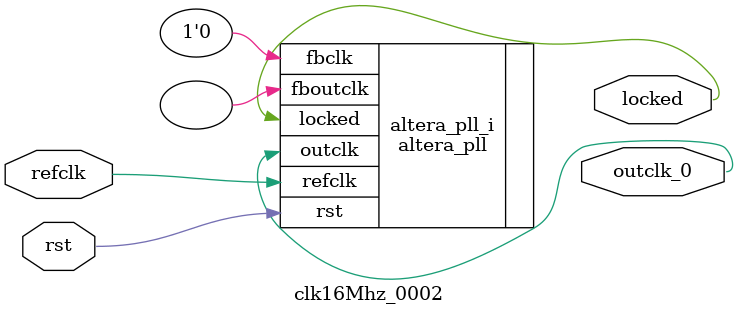
<source format=v>
`timescale 1ns/10ps
module  clk16Mhz_0002(

	// interface 'refclk'
	input wire refclk,

	// interface 'reset'
	input wire rst,

	// interface 'outclk0'
	output wire outclk_0,

	// interface 'locked'
	output wire locked
);

	altera_pll #(
		.fractional_vco_multiplier("false"),
		.reference_clock_frequency("50.0 MHz"),
		.operation_mode("direct"),
		.number_of_clocks(1),
		.output_clock_frequency0("16.000000 MHz"),
		.phase_shift0("0 ps"),
		.duty_cycle0(50),
		.output_clock_frequency1("0 MHz"),
		.phase_shift1("0 ps"),
		.duty_cycle1(50),
		.output_clock_frequency2("0 MHz"),
		.phase_shift2("0 ps"),
		.duty_cycle2(50),
		.output_clock_frequency3("0 MHz"),
		.phase_shift3("0 ps"),
		.duty_cycle3(50),
		.output_clock_frequency4("0 MHz"),
		.phase_shift4("0 ps"),
		.duty_cycle4(50),
		.output_clock_frequency5("0 MHz"),
		.phase_shift5("0 ps"),
		.duty_cycle5(50),
		.output_clock_frequency6("0 MHz"),
		.phase_shift6("0 ps"),
		.duty_cycle6(50),
		.output_clock_frequency7("0 MHz"),
		.phase_shift7("0 ps"),
		.duty_cycle7(50),
		.output_clock_frequency8("0 MHz"),
		.phase_shift8("0 ps"),
		.duty_cycle8(50),
		.output_clock_frequency9("0 MHz"),
		.phase_shift9("0 ps"),
		.duty_cycle9(50),
		.output_clock_frequency10("0 MHz"),
		.phase_shift10("0 ps"),
		.duty_cycle10(50),
		.output_clock_frequency11("0 MHz"),
		.phase_shift11("0 ps"),
		.duty_cycle11(50),
		.output_clock_frequency12("0 MHz"),
		.phase_shift12("0 ps"),
		.duty_cycle12(50),
		.output_clock_frequency13("0 MHz"),
		.phase_shift13("0 ps"),
		.duty_cycle13(50),
		.output_clock_frequency14("0 MHz"),
		.phase_shift14("0 ps"),
		.duty_cycle14(50),
		.output_clock_frequency15("0 MHz"),
		.phase_shift15("0 ps"),
		.duty_cycle15(50),
		.output_clock_frequency16("0 MHz"),
		.phase_shift16("0 ps"),
		.duty_cycle16(50),
		.output_clock_frequency17("0 MHz"),
		.phase_shift17("0 ps"),
		.duty_cycle17(50),
		.pll_type("General"),
		.pll_subtype("General")
	) altera_pll_i (
		.rst	(rst),
		.outclk	({outclk_0}),
		.locked	(locked),
		.fboutclk	( ),
		.fbclk	(1'b0),
		.refclk	(refclk)
	);
endmodule


</source>
